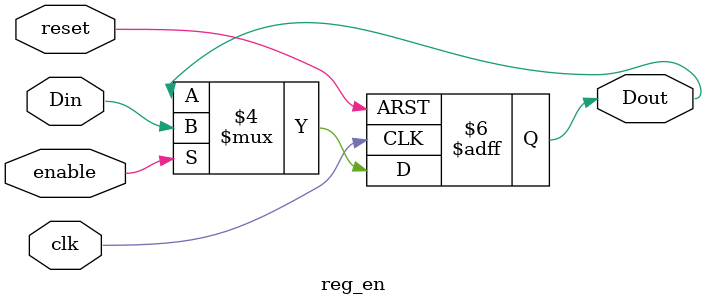
<source format=v>

module reg_en (Din, enable, clk, reset, Dout);
  parameter a = 1; //Numero de bits del registro
  
  input [a-1:0] Din;
  input enable, clk, reset;
  output [a-1:0] Dout;
  reg [a-1:0] Dout;
  
  always @ (negedge clk or negedge reset)
    begin
	  if (~reset)
	    Dout <= 0;
      else if (enable)
	    Dout <= Din;
	  else
	    Dout <= Dout;
	end
	
endmodule

</source>
